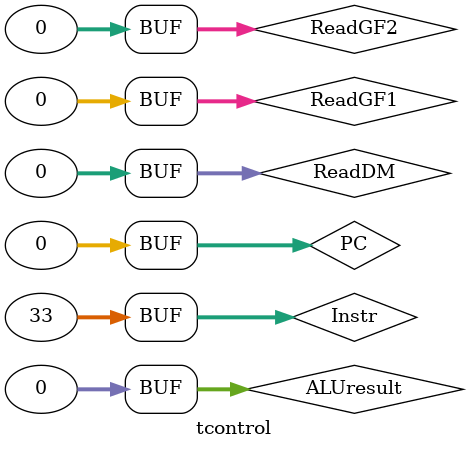
<source format=v>
`timescale 1ns / 1ps


module tcontrol;

	// Inputs
	reg [31:0] Instr;
	reg [31:0] PC;
	reg [31:0] ReadGF1;
	reg [31:0] ReadGF2;
	reg [31:0] ReadDM;
	reg [31:0] ALUresult;

	// Outputs
	wire Jumpsign;
	wire [31:0] JumpAddr;
	wire WEgf;
	wire [4:0] WriteGFadd;
	wire [31:0] WriteGFdata;
	wire [4:0] readGFadd1;
	wire [4:0] readGFadd2;
	wire WEdm;
	wire [31:0] WriteDMadd;
	wire [31:0] WriteDMdata;
	wire [31:0] readDMadd;
	wire [3:0] ALUopcode;
	wire [31:0] ALUinput1;
	wire [31:0] ALUinput2;

	// Instantiate the Unit Under Test (UUT)
	control uut (
		.Instr(Instr), 
		.PC(PC), 
		.ReadGF1(ReadGF1), 
		.ReadGF2(ReadGF2), 
		.ReadDM(ReadDM), 
		.ALUresult(ALUresult), 
		.Jumpsign(Jumpsign), 
		.JumpAddr(JumpAddr), 
		.WEgf(WEgf), 
		.WriteGFadd(WriteGFadd), 
		.WriteGFdata(WriteGFdata), 
		.readGFadd1(readGFadd1), 
		.readGFadd2(readGFadd2), 
		.WEdm(WEdm), 
		.WriteDMadd(WriteDMadd), 
		.WriteDMdata(WriteDMdata), 
		.readDMadd(readDMadd), 
		.ALUopcode(ALUopcode), 
		.ALUinput1(ALUinput1), 
		.ALUinput2(ALUinput2)
	);

	initial begin
		// Initialize Inputs
		Instr = 0;
		PC = 0;
		ReadGF1 = 0;
		ReadGF2 = 0;
		ReadDM = 0;
		ALUresult = 0;

		// Wait 100 ns for global reset to finish
		#100;
		Instr = 32'b100001;
        
		// Add stimulus here

	end
      
endmodule


</source>
